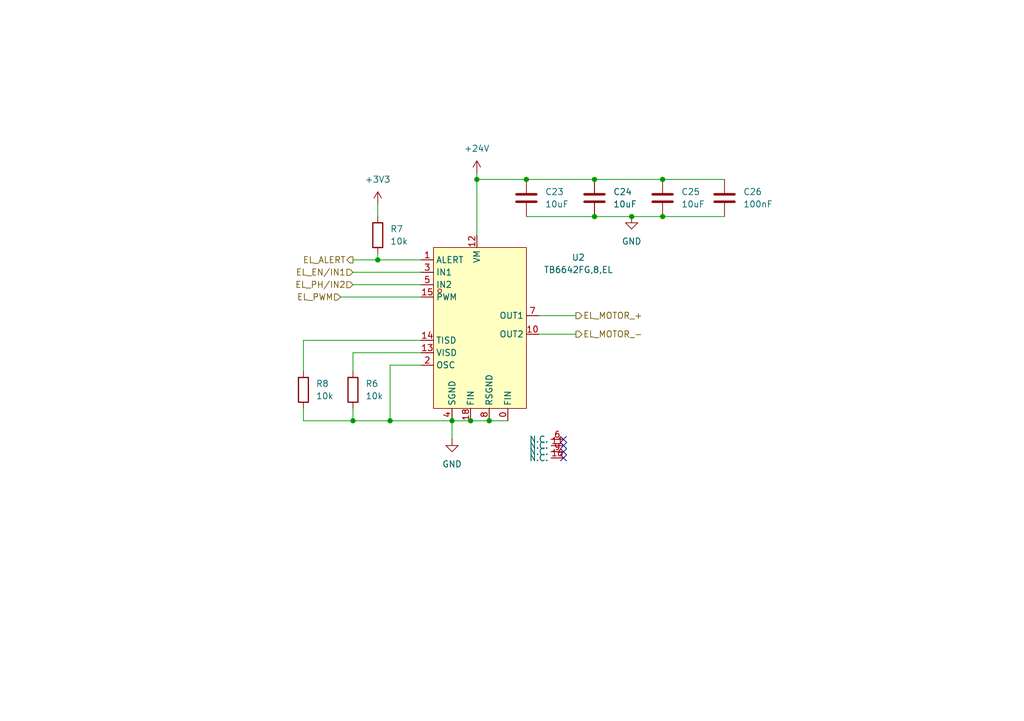
<source format=kicad_sch>
(kicad_sch (version 20250114) (generator "eeschema") (generator_version "9.0")
  (paper "A5")
  (lib_symbols
    (symbol "Device:C" (pin_numbers (hide yes)) (pin_names (offset 0.254))
      (property "Reference" "C" (at 0.635 2.54 0))
      (property "Value" "C" (at 0.635 -2.54 0))
      (symbol "C_0_1"
        (polyline (pts (xy -2.032 0.762) (xy 2.032 0.762)) (stroke (width 0.508)))
        (polyline (pts (xy -2.032 -0.762) (xy 2.032 -0.762)) (stroke (width 0.508)))
      )
      (symbol "C_1_1"
        (pin passive line (at 0 3.81 270) (length 2.794) (name "~") (number "1"))
        (pin passive line (at 0 -3.81 90) (length 2.794) (name "~") (number "2"))
      )
    )
    (symbol "Device:R" (pin_numbers (hide yes)) (pin_names (offset 0))
      (property "Reference" "R" (at 2.032 0 90))
      (property "Value" "R" (at 0 0 90))
      (symbol "R_0_1"
        (rectangle (start -1.016 -2.54) (end 1.016 2.54) (stroke (width 0.254)))
      )
      (symbol "R_1_1"
        (pin passive line (at 0 3.81 270) (length 1.27) (name "~") (number "1"))
        (pin passive line (at 0 -3.81 90) (length 1.27) (name "~") (number "2"))
      )
    )
    (symbol "easyeda2kicad:TB6642FG,8,EL"
      (property "Reference" "U" (at 0 15.24 0))
      (property "Value" "TB6642FG,8,EL" (at 8.89 21.59 0))
      (symbol "TB6642FG,8,EL_0_1"
        (rectangle (start -8.89 20.32) (end 10.16 -12.7) (fill (type background)))
        (circle (center -7.62 11.43) (radius 0.38))
        (pin unspecified line (at -11.43 17.78 0) (length 2.54) (name "ALERT") (number "1"))
        (pin unspecified line (at -11.43 15.24 0) (length 2.54) (name "IN1") (number "3"))
        (pin unspecified line (at -11.43 12.7 0) (length 2.54) (name "IN2") (number "5"))
        (pin unspecified line (at -11.43 10.16 0) (length 2.54) (name "PWM") (number "15"))
        (pin unspecified line (at -11.43 1.27 0) (length 2.54) (name "TISD") (number "14"))
        (pin unspecified line (at -11.43 -1.27 0) (length 2.54) (name "VISD") (number "13"))
        (pin unspecified line (at -11.43 -3.81 0) (length 2.54) (name "OSC") (number "2"))
        (pin unspecified line (at -5.08 -15.24 90) (length 2.54) (name "SGND") (number "4"))
        (pin unspecified line (at -1.27 -15.24 90) (length 2.54) (name "FIN") (number "18"))
        (pin unspecified line (at 0 22.86 270) (length 2.54) (name "VM") (number "12"))
        (pin unspecified line (at 2.54 -15.24 90) (length 2.54) (name "RSGND") (number "8"))
        (pin unspecified line (at 12.7 6.35 180) (length 2.54) (name "OUT1") (number "7"))
        (pin unspecified line (at 12.7 2.54 180) (length 2.54) (name "OUT2") (number "10"))
        (pin unspecified line (at 17.78 -19.05 180) (length 2.54) (name "N.C.") (number "6"))
        (pin unspecified line (at 17.78 -20.32 180) (length 2.54) (name "N.C.") (number "11"))
        (pin unspecified line (at 17.78 -21.59 180) (length 2.54) (name "N.C.") (number "9"))
        (pin unspecified line (at 17.78 -22.86 180) (length 2.54) (name "N.C.") (number "16"))
      )
      (symbol "TB6642FG,8,EL_1_1"
        (pin unspecified line (at 6.35 -15.24 90) (length 2.54) (name "FIN") (number "0"))
      )
    )
    (symbol "power:+24V" (power) (pin_numbers (hide yes)) (pin_names (offset 0) (hide yes))
      (property "Value" "+24V" (at 0 3.556 0))
      (symbol "+24V_0_1"
        (polyline (pts (xy -0.762 1.27) (xy 0 2.54)))
        (polyline (pts (xy 0 2.54) (xy 0.762 1.27)))
        (polyline (pts (xy 0 0) (xy 0 2.54)))
      )
      (symbol "+24V_1_1"
        (pin power_in line (at 0 0 90) (length 0) (name "~") (number "1"))
      )
    )
    (symbol "power:+3V3" (power) (pin_numbers (hide yes)) (pin_names (offset 0) (hide yes))
      (property "Value" "+3V3" (at 0 3.556 0))
      (symbol "+3V3_0_1"
        (polyline (pts (xy -0.762 1.27) (xy 0 2.54)))
        (polyline (pts (xy 0 2.54) (xy 0.762 1.27)))
        (polyline (pts (xy 0 0) (xy 0 2.54)))
      )
      (symbol "+3V3_1_1"
        (pin power_in line (at 0 0 90) (length 0) (name "~") (number "1"))
      )
    )
    (symbol "power:GND" (power) (pin_numbers (hide yes)) (pin_names (offset 0) (hide yes))
      (property "Value" "GND" (at 0 -3.81 0))
      (symbol "GND_0_1"
        (polyline (pts (xy 0 0) (xy 0 -1.27) (xy 1.27 -1.27) (xy 0 -2.54) (xy -1.27 -1.27) (xy 0 -1.27)))
      )
      (symbol "GND_1_1"
        (pin power_in line (at 0 0 270) (length 0) (name "~") (number "1"))
      )
    )
  )
  (junction (at 100.33 86.36))
  (junction (at 97.79 36.83))
  (junction (at 92.71 86.36))
  (junction (at 129.54 44.45))
  (junction (at 72.39 86.36))
  (junction (at 135.89 44.45))
  (junction (at 107.95 36.83))
  (junction (at 121.92 36.83))
  (junction (at 135.89 36.83))
  (junction (at 80.01 86.36))
  (junction (at 121.92 44.45))
  (junction (at 77.47 53.34))
  (junction (at 96.52 86.36))
  (no_connect (at 115.57 91.44))
  (no_connect (at 115.57 92.71))
  (no_connect (at 115.57 93.98))
  (no_connect (at 115.57 90.17))
  (wire (pts (xy 135.89 36.83) (xy 148.59 36.83)))
  (wire (pts (xy 72.39 72.39) (xy 72.39 76.2)))
  (wire (pts (xy 121.92 36.83) (xy 135.89 36.83)))
  (wire (pts (xy 110.49 64.77) (xy 118.11 64.77)))
  (wire (pts (xy 92.71 86.36) (xy 96.52 86.36)))
  (wire (pts (xy 135.89 44.45) (xy 148.59 44.45)))
  (wire (pts (xy 107.95 44.45) (xy 121.92 44.45)))
  (wire (pts (xy 69.85 60.96) (xy 86.36 60.96)))
  (wire (pts (xy 72.39 86.36) (xy 80.01 86.36)))
  (wire (pts (xy 62.23 69.85) (xy 62.23 76.2)))
  (wire (pts (xy 80.01 86.36) (xy 92.71 86.36)))
  (wire (pts (xy 97.79 36.83) (xy 97.79 48.26)))
  (wire (pts (xy 129.54 44.45) (xy 135.89 44.45)))
  (wire (pts (xy 72.39 53.34) (xy 77.47 53.34)))
  (wire (pts (xy 72.39 58.42) (xy 86.36 58.42)))
  (wire (pts (xy 72.39 72.39) (xy 86.36 72.39)))
  (wire (pts (xy 80.01 74.93) (xy 80.01 86.36)))
  (wire (pts (xy 77.47 53.34) (xy 86.36 53.34)))
  (wire (pts (xy 97.79 35.56) (xy 97.79 36.83)))
  (wire (pts (xy 77.47 52.07) (xy 77.47 53.34)))
  (wire (pts (xy 121.92 44.45) (xy 129.54 44.45)))
  (wire (pts (xy 62.23 69.85) (xy 86.36 69.85)))
  (wire (pts (xy 92.71 86.36) (xy 92.71 90.17)))
  (wire (pts (xy 72.39 55.88) (xy 86.36 55.88)))
  (wire (pts (xy 107.95 36.83) (xy 121.92 36.83)))
  (wire (pts (xy 62.23 86.36) (xy 72.39 86.36)))
  (wire (pts (xy 80.01 74.93) (xy 86.36 74.93)))
  (wire (pts (xy 96.52 86.36) (xy 100.33 86.36)))
  (wire (pts (xy 72.39 83.82) (xy 72.39 86.36)))
  (wire (pts (xy 97.79 36.83) (xy 107.95 36.83)))
  (wire (pts (xy 100.33 86.36) (xy 104.14 86.36)))
  (wire (pts (xy 110.49 68.58) (xy 118.11 68.58)))
  (wire (pts (xy 62.23 83.82) (xy 62.23 86.36)))
  (wire (pts (xy 77.47 41.91) (xy 77.47 44.45)))
  (hierarchical_label "EL_EN{slash}IN1" (shape input) (at 72.39 55.88 180))
  (hierarchical_label "EL_MOTOR_-" (shape output) (at 118.11 68.58 0))
  (hierarchical_label "EL_PH{slash}IN2" (shape input) (at 72.39 58.42 180))
  (hierarchical_label "EL_ALERT" (shape output) (at 72.39 53.34 180))
  (hierarchical_label "EL_MOTOR_+" (shape output) (at 118.11 64.77 0))
  (hierarchical_label "EL_PWM" (shape input) (at 69.85 60.96 180))
  (symbol (lib_id "Device:R") (at 72.39 80.01 0) (unit 1)
    (property "Reference" "R6" (at 74.93 78.7399 0) (effects (justify left)))
    (property "Value" "10k" (at 74.93 81.2799 0) (effects (justify left)))
    (property "Footprint" "Resistor_SMD:R_0805_2012Metric_Pad1.20x1.40mm_HandSolder" (effects (hide yes)))
    (property "Description" "Resistor" (effects (hide yes)))
  )
  (symbol (lib_id "power:GND") (at 92.71 90.17 0) (unit 1)
    (property "Reference" "#PWR029" (effects (hide yes)))
    (property "Value" "GND" (at 92.71 95.25 0))
    (property "Description" "Power symbol creates a global label with name \"GND\" , ground" (effects (hide yes)))
  )
  (symbol (lib_id "power:GND") (at 129.54 44.45 0) (unit 1)
    (property "Reference" "#PWR042" (effects (hide yes)))
    (property "Value" "GND" (at 129.54 49.53 0))
    (property "Description" "Power symbol creates a global label with name \"GND\" , ground" (effects (hide yes)))
  )
  (symbol (lib_id "Device:C") (at 135.89 40.64 0) (unit 1)
    (property "Reference" "C25" (at 139.7 39.3699 0) (effects (justify left)))
    (property "Value" "10uF" (at 139.7 41.9099 0) (effects (justify left)))
    (property "Footprint" "Capacitor_SMD:C_0805_2012Metric_Pad1.18x1.45mm_HandSolder" (effects (hide yes)))
    (property "Description" "Unpolarized capacitor" (effects (hide yes)))
    (property "WURTH" "885012207026" (effects (hide yes)))
  )
  (symbol (lib_id "power:+3V3") (at 77.47 41.91 0) (unit 1)
    (property "Reference" "#PWR06" (effects (hide yes)))
    (property "Value" "+3V3" (at 77.47 36.83 0))
    (property "Description" "Power symbol creates a global label with name \"+3V3\"" (effects (hide yes)))
  )
  (symbol (lib_id "Device:C") (at 148.59 40.64 0) (unit 1)
    (property "Reference" "C26" (at 152.4 39.3699 0) (effects (justify left)))
    (property "Value" "100nF" (at 152.4 41.9099 0) (effects (justify left)))
    (property "Footprint" "Capacitor_SMD:C_0805_2012Metric_Pad1.18x1.45mm_HandSolder" (effects (hide yes)))
    (property "Description" "Unpolarized capacitor" (effects (hide yes)))
  )
  (symbol (lib_id "Device:R") (at 77.47 48.26 0) (unit 1)
    (property "Reference" "R7" (at 80.01 46.9899 0) (effects (justify left)))
    (property "Value" "10k" (at 80.01 49.5299 0) (effects (justify left)))
    (property "Footprint" "Resistor_SMD:R_0805_2012Metric_Pad1.20x1.40mm_HandSolder" (effects (hide yes)))
    (property "Description" "Resistor" (effects (hide yes)))
  )
  (symbol (lib_id "Device:C") (at 121.92 40.64 0) (unit 1)
    (property "Reference" "C24" (at 125.73 39.3699 0) (effects (justify left)))
    (property "Value" "10uF" (at 125.73 41.9099 0) (effects (justify left)))
    (property "Footprint" "Capacitor_SMD:C_0805_2012Metric_Pad1.18x1.45mm_HandSolder" (effects (hide yes)))
    (property "Description" "Unpolarized capacitor" (effects (hide yes)))
    (property "WURTH" "885012207026" (effects (hide yes)))
  )
  (symbol (lib_id "easyeda2kicad:TB6642FG,8,EL") (at 97.79 71.12 0) (unit 1)
    (property "Reference" "U2" (at 118.618 52.832 0))
    (property "Value" "TB6642FG,8,EL" (at 118.618 55.372 0))
    (property "Footprint" "easyeda2kicad:HSOP-16_L13.5-W6.4-P1.00-LS9.6-BL-EP" (effects (hide yes)))
    (property "LCSC Part" "C2150576" (effects (hide yes)))
  )
  (symbol (lib_id "power:+24V") (at 97.79 35.56 0) (unit 1)
    (property "Reference" "#PWR041" (effects (hide yes)))
    (property "Value" "+24V" (at 97.79 30.48 0))
    (property "Description" "Power symbol creates a global label with name \"+24V\"" (effects (hide yes)))
  )
  (symbol (lib_id "Device:R") (at 62.23 80.01 0) (unit 1)
    (property "Reference" "R8" (at 64.77 78.7399 0) (effects (justify left)))
    (property "Value" "10k" (at 64.77 81.2799 0) (effects (justify left)))
    (property "Footprint" "Resistor_SMD:R_0805_2012Metric_Pad1.20x1.40mm_HandSolder" (effects (hide yes)))
    (property "Description" "Resistor" (effects (hide yes)))
  )
  (symbol (lib_id "Device:C") (at 107.95 40.64 0) (unit 1)
    (property "Reference" "C23" (at 111.76 39.3699 0) (effects (justify left)))
    (property "Value" "10uF" (at 111.76 41.9099 0) (effects (justify left)))
    (property "Footprint" "Capacitor_SMD:C_0805_2012Metric_Pad1.18x1.45mm_HandSolder" (effects (hide yes)))
    (property "Description" "Unpolarized capacitor" (effects (hide yes)))
    (property "WURTH" "885012207026" (effects (hide yes)))
  )
)
</source>
